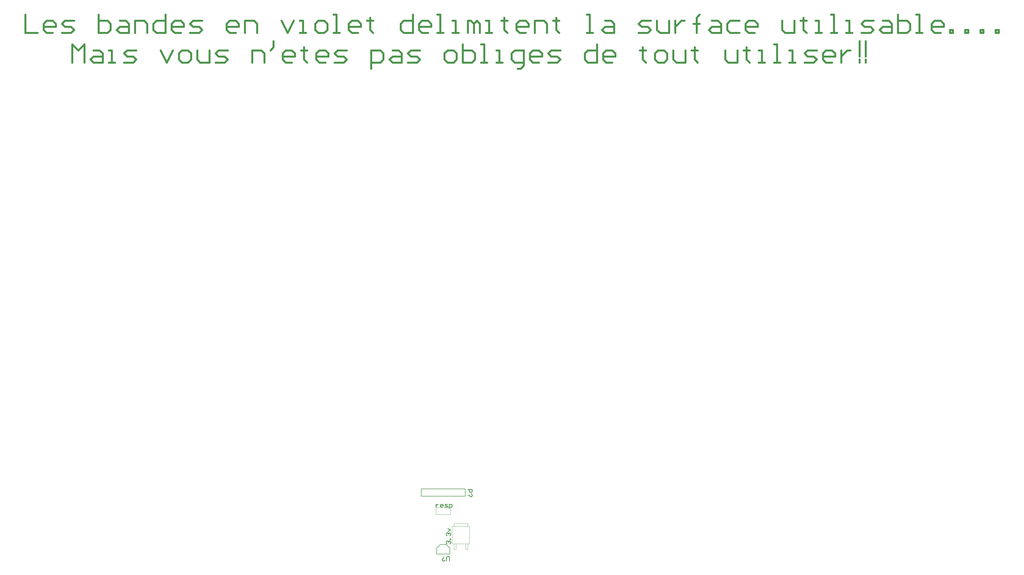
<source format=gto>
G04 Layer_Color=65535*
%FSLAX24Y24*%
%MOIN*%
G70*
G01*
G75*
%ADD20C,0.0039*%
%ADD21C,0.0079*%
%ADD22C,0.0080*%
%ADD23C,0.0100*%
%ADD24C,0.0250*%
G54D20*
X3332Y3406D02*
Y3799D01*
X1461D02*
X3332D01*
X1461Y3406D02*
Y3799D01*
X1205Y1004D02*
Y3406D01*
Y1004D02*
X3567D01*
Y3406D01*
X1205D02*
X3567D01*
X1461Y217D02*
Y1004D01*
X1717Y217D02*
Y1004D01*
X1461Y217D02*
X1717D01*
X3075D02*
Y1004D01*
X3331Y217D02*
Y1004D01*
X3075Y217D02*
X3331D01*
X-1000Y6000D02*
X1000D01*
X-1000Y5000D02*
Y6000D01*
Y5000D02*
X1000D01*
Y6000D01*
G54D21*
X-3000Y7500D02*
X3000D01*
X-3000Y8500D02*
X3000D01*
X-3000Y7500D02*
Y8500D01*
X3000Y7500D02*
Y8500D01*
G54D22*
X900Y-400D02*
Y400D01*
X400Y900D02*
X900Y400D01*
X-400Y900D02*
X400D01*
X-900Y400D02*
X-400Y900D01*
X-900Y-400D02*
Y400D01*
Y-400D02*
X900D01*
G54D23*
X500Y1000D02*
X400Y1100D01*
Y1300D01*
X500Y1400D01*
X600D01*
X700Y1300D01*
Y1200D01*
Y1300D01*
X800Y1400D01*
X900D01*
X1000Y1300D01*
Y1100D01*
X900Y1000D01*
X1000Y1600D02*
X900D01*
Y1700D01*
X1000D01*
Y1600D01*
X500Y2100D02*
X400Y2200D01*
Y2400D01*
X500Y2500D01*
X600D01*
X700Y2400D01*
Y2300D01*
Y2400D01*
X800Y2500D01*
X900D01*
X1000Y2400D01*
Y2200D01*
X900Y2100D01*
X600Y2699D02*
X1000Y2899D01*
X600Y3099D01*
X3335Y8435D02*
X3935D01*
Y8135D01*
X3835Y8035D01*
X3635D01*
X3535Y8135D01*
Y8435D01*
X3835Y7835D02*
X3935Y7735D01*
Y7535D01*
X3835Y7435D01*
X3735D01*
X3535Y7635D01*
X3435D02*
X3335D01*
X-1000Y6400D02*
Y6000D01*
Y6200D01*
X-900Y6300D01*
X-800Y6400D01*
X-700D01*
X-100Y6000D02*
X-300D01*
X-400Y6100D01*
Y6300D01*
X-300Y6400D01*
X-100D01*
X-0Y6300D01*
Y6200D01*
X-400D01*
X200Y6000D02*
X500D01*
X599Y6100D01*
X500Y6200D01*
X300D01*
X200Y6300D01*
X300Y6400D01*
X599D01*
X799Y5800D02*
Y6400D01*
X1099D01*
X1199Y6300D01*
Y6100D01*
X1099Y6000D01*
X799D01*
X835Y-1345D02*
Y-845D01*
X735Y-745D01*
X535D01*
X435Y-845D01*
Y-1345D01*
X235Y-1245D02*
X135Y-1345D01*
X-65D01*
X-165Y-1245D01*
Y-1145D01*
X35Y-945D01*
Y-845D02*
Y-745D01*
G54D24*
X-57050Y73299D02*
Y70800D01*
X-55384D01*
X-53301D02*
X-54134D01*
X-54551Y71217D01*
Y72050D01*
X-54134Y72466D01*
X-53301D01*
X-52885Y72050D01*
Y71633D01*
X-54551D01*
X-52052Y70800D02*
X-50802D01*
X-50385Y71217D01*
X-50802Y71633D01*
X-51635D01*
X-52052Y72050D01*
X-51635Y72466D01*
X-50385D01*
X-47053Y73299D02*
Y70800D01*
X-45804D01*
X-45387Y71217D01*
Y71633D01*
Y72050D01*
X-45804Y72466D01*
X-47053D01*
X-44138D02*
X-43304D01*
X-42888Y72050D01*
Y70800D01*
X-44138D01*
X-44554Y71217D01*
X-44138Y71633D01*
X-42888D01*
X-42055Y70800D02*
Y72466D01*
X-40805D01*
X-40389Y72050D01*
Y70800D01*
X-37890Y73299D02*
Y70800D01*
X-39139D01*
X-39556Y71217D01*
Y72050D01*
X-39139Y72466D01*
X-37890D01*
X-35807Y70800D02*
X-36640D01*
X-37056Y71217D01*
Y72050D01*
X-36640Y72466D01*
X-35807D01*
X-35390Y72050D01*
Y71633D01*
X-37056D01*
X-34557Y70800D02*
X-33308D01*
X-32891Y71217D01*
X-33308Y71633D01*
X-34141D01*
X-34557Y72050D01*
X-34141Y72466D01*
X-32891D01*
X-28309Y70800D02*
X-29142D01*
X-29559Y71217D01*
Y72050D01*
X-29142Y72466D01*
X-28309D01*
X-27893Y72050D01*
Y71633D01*
X-29559D01*
X-27060Y70800D02*
Y72466D01*
X-25810D01*
X-25394Y72050D01*
Y70800D01*
X-22061Y72466D02*
X-21228Y70800D01*
X-20395Y72466D01*
X-19562Y70800D02*
X-18729D01*
X-19146D01*
Y72466D01*
X-19562D01*
X-17063Y70800D02*
X-16230D01*
X-15813Y71217D01*
Y72050D01*
X-16230Y72466D01*
X-17063D01*
X-17479Y72050D01*
Y71217D01*
X-17063Y70800D01*
X-14980D02*
X-14147D01*
X-14564D01*
Y73299D01*
X-14980D01*
X-11648Y70800D02*
X-12481D01*
X-12898Y71217D01*
Y72050D01*
X-12481Y72466D01*
X-11648D01*
X-11231Y72050D01*
Y71633D01*
X-12898D01*
X-9982Y72883D02*
Y72466D01*
X-10398D01*
X-9565D01*
X-9982D01*
Y71217D01*
X-9565Y70800D01*
X-4150Y73299D02*
Y70800D01*
X-5400D01*
X-5817Y71217D01*
Y72050D01*
X-5400Y72466D01*
X-4150D01*
X-2068Y70800D02*
X-2901D01*
X-3317Y71217D01*
Y72050D01*
X-2901Y72466D01*
X-2068D01*
X-1651Y72050D01*
Y71633D01*
X-3317D01*
X-818Y70800D02*
X15D01*
X-402D01*
Y73299D01*
X-818D01*
X1264Y70800D02*
X2098D01*
X1681D01*
Y72466D01*
X1264D01*
X3347Y70800D02*
Y72466D01*
X3764D01*
X4180Y72050D01*
Y70800D01*
Y72050D01*
X4597Y72466D01*
X5013Y72050D01*
Y70800D01*
X5846D02*
X6679D01*
X6263D01*
Y72466D01*
X5846D01*
X8346Y72883D02*
Y72466D01*
X7929D01*
X8762D01*
X8346D01*
Y71217D01*
X8762Y70800D01*
X11261D02*
X10428D01*
X10012Y71217D01*
Y72050D01*
X10428Y72466D01*
X11261D01*
X11678Y72050D01*
Y71633D01*
X10012D01*
X12511Y70800D02*
Y72466D01*
X13760D01*
X14177Y72050D01*
Y70800D01*
X15427Y72883D02*
Y72466D01*
X15010D01*
X15843D01*
X15427D01*
Y71217D01*
X15843Y70800D01*
X19592D02*
X20425D01*
X20008D01*
Y73299D01*
X19592D01*
X22091Y72466D02*
X22924D01*
X23341Y72050D01*
Y70800D01*
X22091D01*
X21675Y71217D01*
X22091Y71633D01*
X23341D01*
X26673Y70800D02*
X27923D01*
X28339Y71217D01*
X27923Y71633D01*
X27089D01*
X26673Y72050D01*
X27089Y72466D01*
X28339D01*
X29172D02*
Y71217D01*
X29589Y70800D01*
X30838D01*
Y72466D01*
X31671D02*
Y70800D01*
Y71633D01*
X32088Y72050D01*
X32504Y72466D01*
X32921D01*
X34587Y70800D02*
Y72883D01*
Y72050D01*
X34171D01*
X35004D01*
X34587D01*
Y72883D01*
X35004Y73299D01*
X36670Y72466D02*
X37503D01*
X37919Y72050D01*
Y70800D01*
X36670D01*
X36253Y71217D01*
X36670Y71633D01*
X37919D01*
X40418Y72466D02*
X39169D01*
X38752Y72050D01*
Y71217D01*
X39169Y70800D01*
X40418D01*
X42501D02*
X41668D01*
X41252Y71217D01*
Y72050D01*
X41668Y72466D01*
X42501D01*
X42918Y72050D01*
Y71633D01*
X41252D01*
X46250Y72466D02*
Y71217D01*
X46666Y70800D01*
X47916D01*
Y72466D01*
X49166Y72883D02*
Y72466D01*
X48749D01*
X49582D01*
X49166D01*
Y71217D01*
X49582Y70800D01*
X50832D02*
X51665D01*
X51248D01*
Y72466D01*
X50832D01*
X52914Y70800D02*
X53748D01*
X53331D01*
Y73299D01*
X52914D01*
X54997Y70800D02*
X55830D01*
X55414D01*
Y72466D01*
X54997D01*
X57080Y70800D02*
X58329D01*
X58746Y71217D01*
X58329Y71633D01*
X57496D01*
X57080Y72050D01*
X57496Y72466D01*
X58746D01*
X59995D02*
X60829D01*
X61245Y72050D01*
Y70800D01*
X59995D01*
X59579Y71217D01*
X59995Y71633D01*
X61245D01*
X62078Y73299D02*
Y70800D01*
X63328D01*
X63744Y71217D01*
Y71633D01*
Y72050D01*
X63328Y72466D01*
X62078D01*
X64577Y70800D02*
X65410D01*
X64994D01*
Y73299D01*
X64577D01*
X67910Y70800D02*
X67077D01*
X66660Y71217D01*
Y72050D01*
X67077Y72466D01*
X67910D01*
X68326Y72050D01*
Y71633D01*
X66660D01*
X69159Y70800D02*
Y71217D01*
X69576D01*
Y70800D01*
X69159D01*
X71242D02*
Y71217D01*
X71658D01*
Y70800D01*
X71242D01*
X73325D02*
Y71217D01*
X73741D01*
Y70800D01*
X73325D01*
X75407D02*
Y71217D01*
X75824D01*
Y70800D01*
X75407D01*
X-50650Y66750D02*
Y69249D01*
X-49817Y68416D01*
X-48984Y69249D01*
Y66750D01*
X-47734Y68416D02*
X-46901D01*
X-46485Y68000D01*
Y66750D01*
X-47734D01*
X-48151Y67167D01*
X-47734Y67583D01*
X-46485D01*
X-45652Y66750D02*
X-44819D01*
X-45235D01*
Y68416D01*
X-45652D01*
X-43569Y66750D02*
X-42319D01*
X-41903Y67167D01*
X-42319Y67583D01*
X-43152D01*
X-43569Y68000D01*
X-43152Y68416D01*
X-41903D01*
X-38571D02*
X-37738Y66750D01*
X-36904Y68416D01*
X-35655Y66750D02*
X-34822D01*
X-34405Y67167D01*
Y68000D01*
X-34822Y68416D01*
X-35655D01*
X-36071Y68000D01*
Y67167D01*
X-35655Y66750D01*
X-33572Y68416D02*
Y67167D01*
X-33156Y66750D01*
X-31906D01*
Y68416D01*
X-31073Y66750D02*
X-29823D01*
X-29407Y67167D01*
X-29823Y67583D01*
X-30656D01*
X-31073Y68000D01*
X-30656Y68416D01*
X-29407D01*
X-26075Y66750D02*
Y68416D01*
X-24825D01*
X-24408Y68000D01*
Y66750D01*
X-23159Y69666D02*
Y68833D01*
X-23575Y68416D01*
X-20660Y66750D02*
X-21493D01*
X-21909Y67167D01*
Y68000D01*
X-21493Y68416D01*
X-20660D01*
X-20243Y68000D01*
Y67583D01*
X-21909D01*
X-18994Y68833D02*
Y68416D01*
X-19410D01*
X-18577D01*
X-18994D01*
Y67167D01*
X-18577Y66750D01*
X-16078D02*
X-16911D01*
X-17327Y67167D01*
Y68000D01*
X-16911Y68416D01*
X-16078D01*
X-15661Y68000D01*
Y67583D01*
X-17327D01*
X-14828Y66750D02*
X-13579D01*
X-13162Y67167D01*
X-13579Y67583D01*
X-14412D01*
X-14828Y68000D01*
X-14412Y68416D01*
X-13162D01*
X-9830Y65917D02*
Y68416D01*
X-8580D01*
X-8164Y68000D01*
Y67167D01*
X-8580Y66750D01*
X-9830D01*
X-6914Y68416D02*
X-6081D01*
X-5665Y68000D01*
Y66750D01*
X-6914D01*
X-7331Y67167D01*
X-6914Y67583D01*
X-5665D01*
X-4831Y66750D02*
X-3582D01*
X-3165Y67167D01*
X-3582Y67583D01*
X-4415D01*
X-4831Y68000D01*
X-4415Y68416D01*
X-3165D01*
X583Y66750D02*
X1417D01*
X1833Y67167D01*
Y68000D01*
X1417Y68416D01*
X583D01*
X167Y68000D01*
Y67167D01*
X583Y66750D01*
X2666Y69249D02*
Y66750D01*
X3916D01*
X4332Y67167D01*
Y67583D01*
Y68000D01*
X3916Y68416D01*
X2666D01*
X5165Y66750D02*
X5998D01*
X5582D01*
Y69249D01*
X5165D01*
X7248Y66750D02*
X8081D01*
X7664D01*
Y68416D01*
X7248D01*
X10164Y65917D02*
X10580D01*
X10997Y66333D01*
Y68416D01*
X9747D01*
X9331Y68000D01*
Y67167D01*
X9747Y66750D01*
X10997D01*
X13079D02*
X12246D01*
X11830Y67167D01*
Y68000D01*
X12246Y68416D01*
X13079D01*
X13496Y68000D01*
Y67583D01*
X11830D01*
X14329Y66750D02*
X15579D01*
X15995Y67167D01*
X15579Y67583D01*
X14746D01*
X14329Y68000D01*
X14746Y68416D01*
X15995D01*
X20993Y69249D02*
Y66750D01*
X19744D01*
X19327Y67167D01*
Y68000D01*
X19744Y68416D01*
X20993D01*
X23076Y66750D02*
X22243D01*
X21827Y67167D01*
Y68000D01*
X22243Y68416D01*
X23076D01*
X23493Y68000D01*
Y67583D01*
X21827D01*
X27241Y68833D02*
Y68416D01*
X26825D01*
X27658D01*
X27241D01*
Y67167D01*
X27658Y66750D01*
X29324D02*
X30157D01*
X30574Y67167D01*
Y68000D01*
X30157Y68416D01*
X29324D01*
X28908Y68000D01*
Y67167D01*
X29324Y66750D01*
X31407Y68416D02*
Y67167D01*
X31823Y66750D01*
X33073D01*
Y68416D01*
X34323Y68833D02*
Y68416D01*
X33906D01*
X34739D01*
X34323D01*
Y67167D01*
X34739Y66750D01*
X38488Y68416D02*
Y67167D01*
X38904Y66750D01*
X40154D01*
Y68416D01*
X41404Y68833D02*
Y68416D01*
X40987D01*
X41820D01*
X41404D01*
Y67167D01*
X41820Y66750D01*
X43070D02*
X43903D01*
X43486D01*
Y68416D01*
X43070D01*
X45152Y66750D02*
X45985D01*
X45569D01*
Y69249D01*
X45152D01*
X47235Y66750D02*
X48068D01*
X47652D01*
Y68416D01*
X47235D01*
X49318Y66750D02*
X50567D01*
X50984Y67167D01*
X50567Y67583D01*
X49734D01*
X49318Y68000D01*
X49734Y68416D01*
X50984D01*
X53066Y66750D02*
X52233D01*
X51817Y67167D01*
Y68000D01*
X52233Y68416D01*
X53066D01*
X53483Y68000D01*
Y67583D01*
X51817D01*
X54316Y68416D02*
Y66750D01*
Y67583D01*
X54733Y68000D01*
X55149Y68416D01*
X55566D01*
X56815Y67583D02*
Y69666D01*
Y67167D02*
Y66750D01*
X57648Y67583D02*
Y69666D01*
Y67167D02*
Y66750D01*
M02*

</source>
